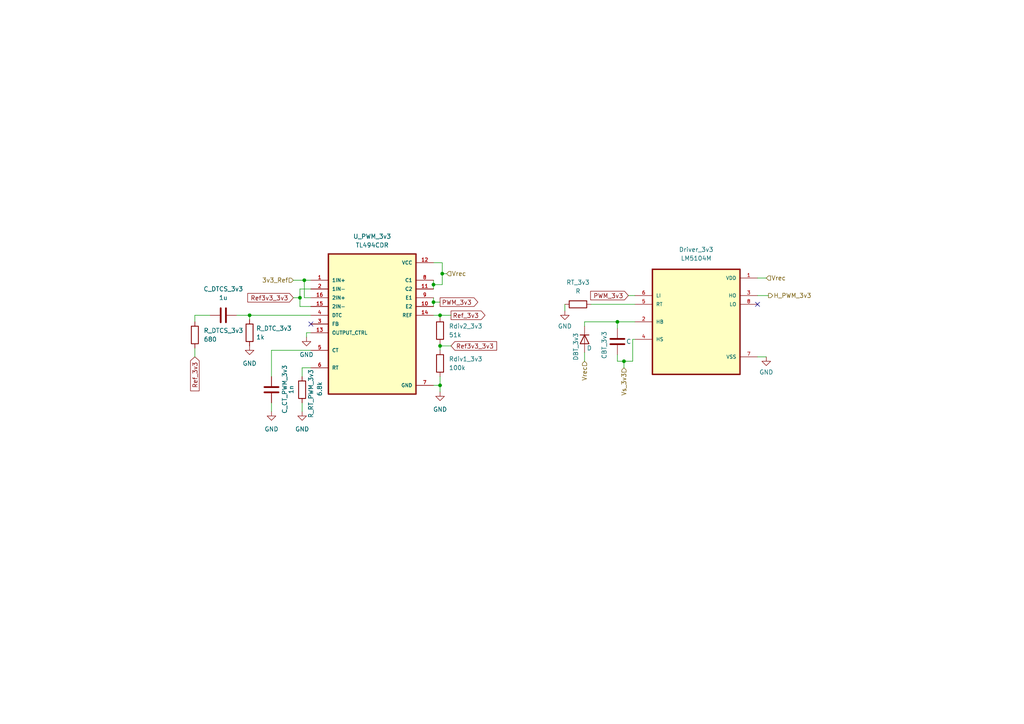
<source format=kicad_sch>
(kicad_sch (version 20211123) (generator eeschema)
  (paper "A4")
  (lib_symbols
    (symbol "Device:C" (pin_numbers hide) (pin_names (offset 0.254))
      (property "Reference" "C" (at 0.635 2.54 0))
      (property "Value" "C" (at 0.635 -2.54 0))
      (symbol "C_0_1"
        (polyline (pts (xy -2.032 -0.762) (xy 2.032 -0.762)) (stroke (width 0.508)))
        (polyline (pts (xy -2.032 0.762) (xy 2.032 0.762)) (stroke (width 0.508)))
      )
      (symbol "C_1_1"
        (pin passive line (at 0 3.81 270) (length 2.794) (name "~") (number "1"))
        (pin passive line (at 0 -3.81 90) (length 2.794) (name "~") (number "2"))
      )
    )
    (symbol "Device:D" (pin_numbers hide) (pin_names (offset 1.016) hide)
      (property "Reference" "D" (at 0 2.54 0))
      (property "Value" "D" (at 0 -2.54 0))
      (symbol "D_0_1"
        (polyline (pts (xy -1.27 1.27) (xy -1.27 -1.27)) (stroke (width 0.254)))
        (polyline (pts (xy 1.27 0) (xy -1.27 0)))
        (polyline (pts (xy 1.27 1.27) (xy 1.27 -1.27) (xy -1.27 0) (xy 1.27 1.27)) (stroke (width 0.254)))
      )
      (symbol "D_1_1"
        (pin passive line (at -3.81 0 0) (length 2.54) (name "K") (number "1"))
        (pin passive line (at 3.81 0 180) (length 2.54) (name "A") (number "2"))
      )
    )
    (symbol "Device:R" (pin_numbers hide) (pin_names (offset 0))
      (property "Reference" "R" (at 2.032 0 90))
      (property "Value" "R" (at 0 0 90))
      (symbol "R_0_1"
        (rectangle (start -1.016 -2.54) (end 1.016 2.54) (stroke (width 0.254)))
      )
      (symbol "R_1_1"
        (pin passive line (at 0 3.81 270) (length 1.27) (name "~") (number "1"))
        (pin passive line (at 0 -3.81 90) (length 1.27) (name "~") (number "2"))
      )
    )
    (symbol "LM5104M:LM5104M" (pin_names (offset 1.016))
      (property "Reference" "U" (at -12.7 16.2306 0))
      (property "Value" "LM5104M" (at -12.7 -19.2278 0))
      (symbol "LM5104M_0_0"
        (rectangle (start -12.7 -15.24) (end 12.7 15.24) (stroke (width 0.4064)) (fill (type background)))
        (pin power_in line (at 17.78 12.7 180) (length 5.08) (name "VDD") (number "1"))
        (pin bidirectional line (at -17.78 0 0) (length 5.08) (name "HB") (number "2"))
        (pin output line (at 17.78 7.62 180) (length 5.08) (name "HO") (number "3"))
        (pin bidirectional line (at -17.78 -5.08 0) (length 5.08) (name "HS") (number "4"))
        (pin input line (at -17.78 5.08 0) (length 5.08) (name "RT") (number "5"))
        (pin input line (at -17.78 7.62 0) (length 5.08) (name "LI") (number "6"))
        (pin power_in line (at 17.78 -10.16 180) (length 5.08) (name "VSS") (number "7"))
        (pin output line (at 17.78 5.08 180) (length 5.08) (name "LO") (number "8"))
      )
    )
    (symbol "TL494CDR:TL494CDR" (pin_names (offset 1.016))
      (property "Reference" "U" (at -12.7 21.3106 0))
      (property "Value" "TL494CDR" (at -12.7 -24.3078 0))
      (symbol "TL494CDR_0_0"
        (rectangle (start -12.7 -20.32) (end 12.7 20.32) (stroke (width 0.4064)) (fill (type background)))
        (pin input line (at -17.78 12.7 0) (length 5.08) (name "1IN+") (number "1"))
        (pin output line (at 17.78 5.08 180) (length 5.08) (name "E2") (number "10"))
        (pin output line (at 17.78 10.16 180) (length 5.08) (name "C2") (number "11"))
        (pin power_in line (at 17.78 17.78 180) (length 5.08) (name "VCC") (number "12"))
        (pin input line (at -17.78 -2.54 0) (length 5.08) (name "OUTPUT_CTRL") (number "13"))
        (pin output line (at 17.78 2.54 180) (length 5.08) (name "REF") (number "14"))
        (pin input line (at -17.78 5.08 0) (length 5.08) (name "2IN−") (number "15"))
        (pin input line (at -17.78 7.62 0) (length 5.08) (name "2IN+") (number "16"))
        (pin input line (at -17.78 10.16 0) (length 5.08) (name "1IN−") (number "2"))
        (pin input line (at -17.78 0 0) (length 5.08) (name "FB") (number "3"))
        (pin input line (at -17.78 2.54 0) (length 5.08) (name "DTC") (number "4"))
        (pin bidirectional line (at -17.78 -7.62 0) (length 5.08) (name "CT") (number "5"))
        (pin bidirectional line (at -17.78 -12.7 0) (length 5.08) (name "RT") (number "6"))
        (pin power_in line (at 17.78 -17.78 180) (length 5.08) (name "GND") (number "7"))
        (pin output line (at 17.78 12.7 180) (length 5.08) (name "C1") (number "8"))
        (pin output line (at 17.78 7.62 180) (length 5.08) (name "E1") (number "9"))
      )
    )
    (symbol "power:GND" (power) (pin_names (offset 0))
      (property "Value" "GND" (at 0 -3.81 0))
      (symbol "GND_0_1"
        (polyline (pts (xy 0 0) (xy 0 -1.27) (xy 1.27 -1.27) (xy 0 -2.54) (xy -1.27 -1.27) (xy 0 -1.27)))
      )
      (symbol "GND_1_1"
        (pin power_in line (at 0 0 270) (length 0) hide (name "GND") (number "1"))
      )
    )
  )
  (junction (at 179.07 93.345))
  (junction (at 86.995 86.36))
  (junction (at 125.73 82.55))
  (junction (at 127.635 91.44))
  (junction (at 88.265 81.28))
  (junction (at 127.635 111.76))
  (junction (at 125.73 87.63))
  (junction (at 72.39 91.44))
  (junction (at 128.27 79.375))
  (junction (at 127.635 100.33))
  (junction (at 180.975 104.775))
  (no_connect (at 90.17 93.98))
  (no_connect (at 219.71 88.265))
  (wire (pts (xy 72.39 91.44) (xy 90.17 91.44)))
  (wire (pts (xy 127.635 92.075) (xy 127.635 91.44)))
  (wire (pts (xy 179.07 104.775) (xy 179.07 102.87)))
  (wire (pts (xy 127.635 109.22) (xy 127.635 111.76)))
  (wire (pts (xy 125.73 82.55) (xy 128.27 82.55)))
  (wire (pts (xy 78.74 116.84) (xy 78.74 119.38)))
  (wire (pts (xy 171.45 88.265) (xy 184.15 88.265)))
  (wire (pts (xy 169.545 93.345) (xy 169.545 94.615)))
  (wire (pts (xy 90.17 83.82) (xy 86.995 83.82)))
  (wire (pts (xy 85.09 81.28) (xy 88.265 81.28)))
  (wire (pts (xy 125.73 87.63) (xy 127.635 87.63)))
  (wire (pts (xy 78.74 109.22) (xy 78.74 101.6)))
  (wire (pts (xy 86.995 86.36) (xy 86.995 88.9)))
  (wire (pts (xy 169.545 93.345) (xy 179.07 93.345)))
  (wire (pts (xy 219.71 103.505) (xy 222.25 103.505)))
  (wire (pts (xy 127.635 100.33) (xy 127.635 99.695)))
  (wire (pts (xy 87.63 116.84) (xy 87.63 119.38)))
  (wire (pts (xy 125.73 111.76) (xy 127.635 111.76)))
  (wire (pts (xy 179.07 95.25) (xy 179.07 93.345)))
  (wire (pts (xy 125.73 87.63) (xy 125.73 88.9)))
  (wire (pts (xy 180.975 104.775) (xy 180.975 106.68)))
  (wire (pts (xy 88.265 86.36) (xy 90.17 86.36)))
  (wire (pts (xy 183.515 98.425) (xy 183.515 104.775)))
  (wire (pts (xy 56.515 100.965) (xy 56.515 103.505)))
  (wire (pts (xy 125.73 81.28) (xy 125.73 82.55)))
  (wire (pts (xy 127.635 111.76) (xy 127.635 113.665)))
  (wire (pts (xy 56.515 93.345) (xy 56.515 91.44)))
  (wire (pts (xy 219.71 85.725) (xy 222.885 85.725)))
  (wire (pts (xy 128.27 76.2) (xy 128.27 79.375)))
  (wire (pts (xy 78.74 101.6) (xy 90.17 101.6)))
  (wire (pts (xy 125.73 91.44) (xy 127.635 91.44)))
  (wire (pts (xy 125.73 76.2) (xy 128.27 76.2)))
  (wire (pts (xy 72.39 91.44) (xy 72.39 92.71)))
  (wire (pts (xy 163.83 88.265) (xy 163.83 90.17)))
  (wire (pts (xy 219.71 80.645) (xy 222.25 80.645)))
  (wire (pts (xy 128.27 79.375) (xy 129.54 79.375)))
  (wire (pts (xy 88.265 81.28) (xy 88.265 86.36)))
  (wire (pts (xy 85.09 86.36) (xy 86.995 86.36)))
  (wire (pts (xy 125.73 86.36) (xy 125.73 87.63)))
  (wire (pts (xy 68.58 91.44) (xy 72.39 91.44)))
  (wire (pts (xy 182.245 85.725) (xy 184.15 85.725)))
  (wire (pts (xy 183.515 104.775) (xy 180.975 104.775)))
  (wire (pts (xy 86.995 88.9) (xy 90.17 88.9)))
  (wire (pts (xy 127.635 100.33) (xy 127.635 101.6)))
  (wire (pts (xy 127.635 91.44) (xy 130.81 91.44)))
  (wire (pts (xy 180.975 104.775) (xy 179.07 104.775)))
  (wire (pts (xy 88.9 96.52) (xy 90.17 96.52)))
  (wire (pts (xy 169.545 102.235) (xy 169.545 104.775)))
  (wire (pts (xy 127.635 100.33) (xy 130.81 100.33)))
  (wire (pts (xy 86.995 83.82) (xy 86.995 86.36)))
  (wire (pts (xy 125.73 82.55) (xy 125.73 83.82)))
  (wire (pts (xy 128.27 79.375) (xy 128.27 82.55)))
  (wire (pts (xy 87.63 106.68) (xy 87.63 109.22)))
  (wire (pts (xy 88.265 81.28) (xy 90.17 81.28)))
  (wire (pts (xy 183.515 98.425) (xy 184.15 98.425)))
  (wire (pts (xy 90.17 106.68) (xy 87.63 106.68)))
  (wire (pts (xy 179.07 93.345) (xy 184.15 93.345)))
  (wire (pts (xy 88.9 97.79) (xy 88.9 96.52)))
  (wire (pts (xy 56.515 91.44) (xy 60.96 91.44)))
  (global_label "Ref3v3_3v3" (shape input) (at 130.81 100.33 0) (property "Intersheet References" "${INTERSHEET_REFS}" (effects hide)))
  (global_label "Ref3v3_3v3" (shape input) (at 85.09 86.36 180) (property "Intersheet References" "${INTERSHEET_REFS}" (effects hide)))
  (global_label "Ref_3v3" (shape output) (at 130.81 91.44 0) (property "Intersheet References" "${INTERSHEET_REFS}" (effects hide)))
  (global_label "Ref_3v3" (shape input) (at 56.515 103.505 270) (property "Intersheet References" "${INTERSHEET_REFS}" (effects hide)))
  (global_label "PWM_3v3" (shape output) (at 127.635 87.63 0) (property "Intersheet References" "${INTERSHEET_REFS}" (effects hide)))
  (global_label "PWM_3v3" (shape input) (at 182.245 85.725 180) (property "Intersheet References" "${INTERSHEET_REFS}" (effects hide)))
  (hierarchical_label "H_PWM_3v3" (shape output) (at 222.885 85.725 0))
  (hierarchical_label "3v3_Ref" (shape input) (at 85.09 81.28 180))
  (hierarchical_label "Vs_3v3" (shape input) (at 180.975 106.68 270))
  (hierarchical_label "Vrec" (shape input) (at 222.25 80.645 0))
  (hierarchical_label "Vrec" (shape input) (at 169.545 104.775 270))
  (hierarchical_label "Vrec" (shape input) (at 129.54 79.375 0))
  (symbol (lib_id "Device:D") (at 169.545 98.425 270) (unit 1)
    (property "Reference" "DBT_3v3" (at 167.005 96.52 0) (effects (justify left)))
    (property "Value" "D" (at 170.18 100.965 90) (effects (justify left)))
    (property "Footprint" "Diode_THT:D_DO-201AD_P15.24mm_Horizontal" (effects hide))
  )
  (symbol (lib_id "power:GND") (at 78.74 119.38 0) (unit 1)
    (property "Reference" "#PWR?" (effects hide))
    (property "Value" "GND" (at 78.74 124.46 0))
  )
  (symbol (lib_id "Device:R") (at 56.515 97.155 0) (unit 1)
    (property "Reference" "R_DTCS_3v3" (at 59.055 95.8849 0) (effects (justify left)))
    (property "Value" "680" (at 59.055 98.4249 0) (effects (justify left)))
    (property "Footprint" "Resistor_SMD:R_0805_2012Metric_Pad1.20x1.40mm_HandSolder" (effects hide))
  )
  (symbol (lib_id "Device:C") (at 78.74 113.03 0) (unit 1)
    (property "Reference" "C_CT_PWM_3v3" (at 82.55 120.015 90) (effects (justify left)))
    (property "Value" "1n" (at 84.455 114.3 90) (effects (justify left)))
    (property "Footprint" "Capacitor_SMD:C_0805_2012Metric_Pad1.18x1.45mm_HandSolder" (effects hide))
  )
  (symbol (lib_id "Device:R") (at 127.635 105.41 0) (unit 1)
    (property "Reference" "Rdiv1_3v3" (at 130.175 104.1399 0) (effects (justify left)))
    (property "Value" "100k" (at 130.175 106.6799 0) (effects (justify left)))
    (property "Footprint" "Resistor_SMD:R_0805_2012Metric_Pad1.20x1.40mm_HandSolder" (effects hide))
  )
  (symbol (lib_id "power:GND") (at 88.9 97.79 0) (unit 1)
    (property "Reference" "#PWR?" (effects hide))
    (property "Value" "GND" (at 88.9 102.87 0))
  )
  (symbol (lib_id "LM5104M:LM5104M") (at 201.93 93.345 0) (unit 1)
    (property "Reference" "Driver_3v3" (at 201.93 72.39 0))
    (property "Value" "LM5104M" (at 201.93 74.93 0))
    (property "Footprint" "LM5104M:SOIC127P599X175-8N" (effects hide))
  )
  (symbol (lib_id "power:GND") (at 163.83 90.17 0) (unit 1)
    (property "Reference" "#PWR?" (effects hide))
    (property "Value" "GND" (at 163.83 94.615 0))
  )
  (symbol (lib_id "Device:R") (at 87.63 113.03 0) (unit 1)
    (property "Reference" "R_RT_PWM_3v3" (at 90.17 121.285 90) (effects (justify left)))
    (property "Value" "6.8k" (at 92.71 114.935 90) (effects (justify left)))
    (property "Footprint" "Resistor_SMD:R_0805_2012Metric_Pad1.20x1.40mm_HandSolder" (effects hide))
  )
  (symbol (lib_id "Device:C") (at 179.07 99.06 0) (unit 1)
    (property "Reference" "CBT_3v3" (at 175.26 104.14 90) (effects (justify left)))
    (property "Value" "C" (at 181.61 99.06 0) (effects (justify left)))
    (property "Footprint" "Capacitor_SMD:C_0805_2012Metric_Pad1.18x1.45mm_HandSolder" (effects hide))
  )
  (symbol (lib_id "Device:R") (at 167.64 88.265 90) (unit 1)
    (property "Reference" "RT_3v3" (at 167.64 81.915 90))
    (property "Value" "R" (at 167.64 84.455 90))
    (property "Footprint" "Resistor_SMD:R_0805_2012Metric_Pad1.20x1.40mm_HandSolder" (effects hide))
  )
  (symbol (lib_id "power:GND") (at 72.39 100.33 0) (unit 1)
    (property "Reference" "#PWR?" (effects hide))
    (property "Value" "GND" (at 72.39 105.41 0))
  )
  (symbol (lib_id "Device:R") (at 127.635 95.885 0) (unit 1)
    (property "Reference" "Rdiv2_3v3" (at 130.175 94.6149 0) (effects (justify left)))
    (property "Value" "51k" (at 130.175 97.1549 0) (effects (justify left)))
    (property "Footprint" "Resistor_SMD:R_0805_2012Metric_Pad1.20x1.40mm_HandSolder" (effects hide))
  )
  (symbol (lib_id "Device:R") (at 72.39 96.52 0) (unit 1)
    (property "Reference" "R_DTC_3v3" (at 74.295 95.2499 0) (effects (justify left)))
    (property "Value" "1k" (at 74.295 97.7899 0) (effects (justify left)))
    (property "Footprint" "Resistor_SMD:R_0805_2012Metric_Pad1.20x1.40mm_HandSolder" (effects hide))
  )
  (symbol (lib_id "TL494CDR:TL494CDR") (at 107.95 93.98 0) (unit 1)
    (property "Reference" "U_PWM_3v3" (at 107.95 68.58 0))
    (property "Value" "TL494CDR" (at 107.95 71.12 0))
    (property "Footprint" "TL494CDR_PWM:SOIC127P600X175-16N" (effects hide))
  )
  (symbol (lib_id "Device:C") (at 64.77 91.44 90) (unit 1)
    (property "Reference" "C_DTCS_3v3" (at 64.77 83.82 90))
    (property "Value" "1u" (at 64.77 86.36 90))
    (property "Footprint" "Capacitor_SMD:C_0805_2012Metric_Pad1.18x1.45mm_HandSolder" (effects hide))
  )
  (symbol (lib_id "power:GND") (at 87.63 119.38 0) (unit 1)
    (property "Reference" "#PWR?" (effects hide))
    (property "Value" "GND" (at 87.63 124.46 0))
  )
  (symbol (lib_id "power:GND") (at 127.635 113.665 0) (unit 1)
    (property "Reference" "#PWR?" (effects hide))
    (property "Value" "GND" (at 127.635 118.745 0))
  )
  (symbol (lib_id "power:GND") (at 222.25 103.505 0) (unit 1)
    (property "Reference" "#PWR?" (effects hide))
    (property "Value" "GND" (at 222.25 107.95 0))
  )
)
</source>
